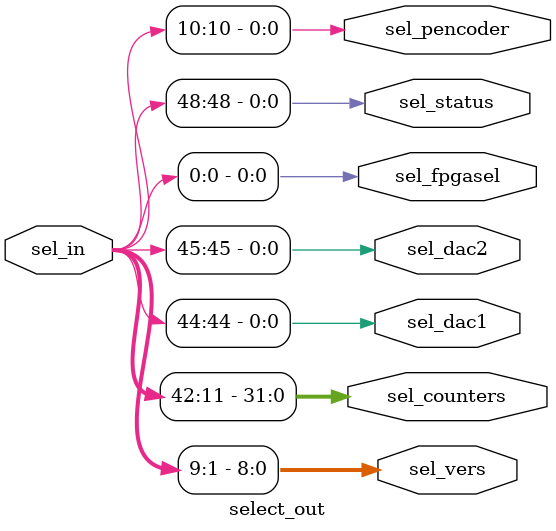
<source format=v>
module select_out(sel_in, sel_fpgasel, sel_vers, sel_counters, sel_dac1, sel_dac2, sel_status,sel_pencoder);

input [63:0] sel_in;
output [8:0] sel_vers;
output [31:0] sel_counters;

output sel_dac1;
output sel_dac2;
output sel_fpgasel;
output sel_status;
output sel_pencoder;


assign sel_fpgasel = sel_in[0];
assign sel_vers = sel_in[9:1];
assign sel_pencoder= sel_in [10];
assign sel_counters = {sel_in[42:39],sel_in[38:35],sel_in[34:31],sel_in[30:27],sel_in[26:23],sel_in[22:19],sel_in[18:15],sel_in[14:11]};

assign sel_dac1 = sel_in[44];
assign sel_dac2 = sel_in[45];
assign sel_status = sel_in[48];
endmodule
</source>
